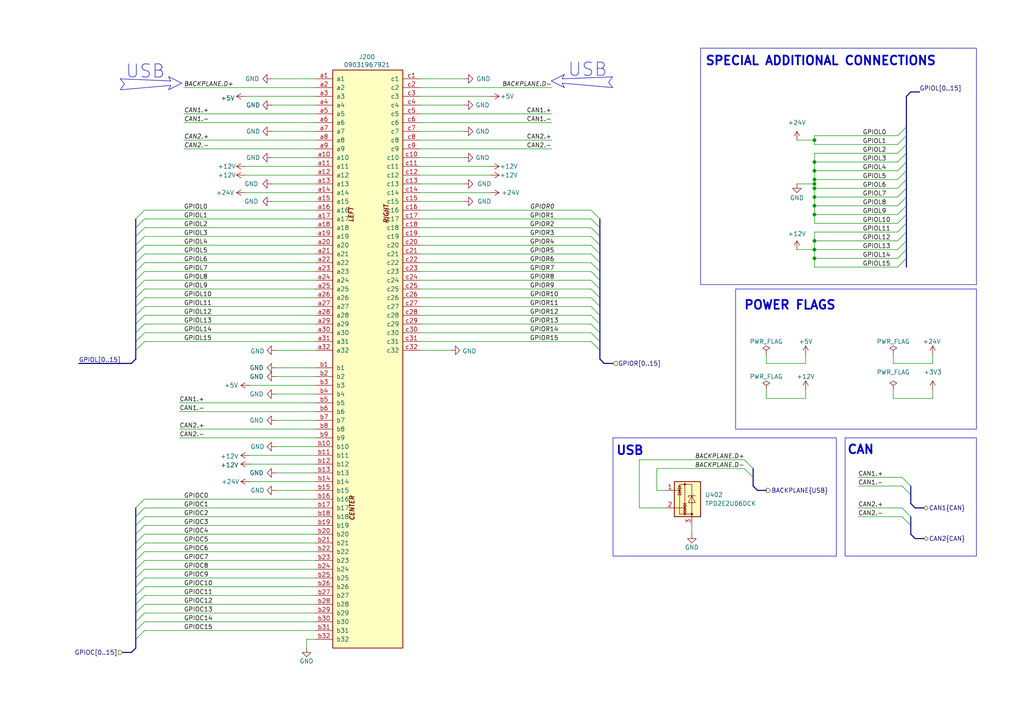
<source format=kicad_sch>
(kicad_sch (version 20250114) (generator "eeschema") (generator_version "9.0")
  (paper "A4")
  (title_block (title "ModuCard power supply unit") (date "2025-08-05") (rev "0") (company "KoNaR") (comment 1 "Base project authors: Dominik Pluta, Artem Horiunov") (comment 2 "Project author: Maciej Chodowiec"))
  (lib_symbols
    (symbol "DIN41612_3x32:09031967921" (pin_names (offset 1.016))
      (property "Reference" "J" (at 0 88.9 0))
      (property "Value" "09031967921" (at 0 86.36 0))
      (symbol "09031967921_0_0"
        (rectangle (start -10.16 83.82) (end 10.16 -83.82) (stroke (width 0.254)) (fill (type background)))
      )
      (symbol "09031967921_1_1"
        (text "LEFT" (at -4.826 41.91 900) (effects (font (size 1.27 1.27) (bold yes) (italic yes))))
        (text "CENTER" (at -4.572 -43.18 900) (effects (font (size 1.27 1.27) (bold yes) (italic yes))))
        (text "RIGHT" (at 5.334 42.164 900) (effects (font (size 1.27 1.27) (bold yes) (italic yes))))
        (pin passive line (at -15.24 81.28 0) (length 5.08) (name "a1") (number "a1"))
        (pin passive line (at -15.24 78.74 0) (length 5.08) (name "a2") (number "a2"))
        (pin passive line (at -15.24 76.2 0) (length 5.08) (name "a3") (number "a3"))
        (pin passive line (at -15.24 73.66 0) (length 5.08) (name "a4") (number "a4"))
        (pin passive line (at -15.24 71.12 0) (length 5.08) (name "a5") (number "a5"))
        (pin passive line (at -15.24 68.58 0) (length 5.08) (name "a6") (number "a6"))
        (pin passive line (at -15.24 66.04 0) (length 5.08) (name "a7") (number "a7"))
        (pin passive line (at -15.24 63.5 0) (length 5.08) (name "a8") (number "a8"))
        (pin passive line (at -15.24 60.96 0) (length 5.08) (name "a9") (number "a9"))
        (pin passive line (at -15.24 58.42 0) (length 5.08) (name "a10") (number "a10"))
        (pin passive line (at -15.24 55.88 0) (length 5.08) (name "a11") (number "a11"))
        (pin passive line (at -15.24 53.34 0) (length 5.08) (name "a12") (number "a12"))
        (pin passive line (at -15.24 50.8 0) (length 5.08) (name "a13") (number "a13"))
        (pin passive line (at -15.24 48.26 0) (length 5.08) (name "a14") (number "a14"))
        (pin passive line (at -15.24 45.72 0) (length 5.08) (name "a15") (number "a15"))
        (pin passive line (at -15.24 43.18 0) (length 5.08) (name "a16") (number "a16"))
        (pin passive line (at -15.24 40.64 0) (length 5.08) (name "a17") (number "a17"))
        (pin passive line (at -15.24 38.1 0) (length 5.08) (name "a18") (number "a18"))
        (pin passive line (at -15.24 35.56 0) (length 5.08) (name "a19") (number "a19"))
        (pin passive line (at -15.24 33.02 0) (length 5.08) (name "a20") (number "a20"))
        (pin passive line (at -15.24 30.48 0) (length 5.08) (name "a21") (number "a21"))
        (pin passive line (at -15.24 27.94 0) (length 5.08) (name "a22") (number "a22"))
        (pin passive line (at -15.24 25.4 0) (length 5.08) (name "a23") (number "a23"))
        (pin passive line (at -15.24 22.86 0) (length 5.08) (name "a24") (number "a24"))
        (pin passive line (at -15.24 20.32 0) (length 5.08) (name "a25") (number "a25"))
        (pin passive line (at -15.24 17.78 0) (length 5.08) (name "a26") (number "a26"))
        (pin passive line (at -15.24 15.24 0) (length 5.08) (name "a27") (number "a27"))
        (pin passive line (at -15.24 12.7 0) (length 5.08) (name "a28") (number "a28"))
        (pin passive line (at -15.24 10.16 0) (length 5.08) (name "a29") (number "a29"))
        (pin passive line (at -15.24 7.62 0) (length 5.08) (name "a30") (number "a30"))
        (pin passive line (at -15.24 5.08 0) (length 5.08) (name "a31") (number "a31"))
        (pin passive line (at -15.24 2.54 0) (length 5.08) (name "a32") (number "a32"))
        (pin passive line (at -15.24 -2.54 0) (length 5.08) (name "b1") (number "b1"))
        (pin passive line (at -15.24 -5.08 0) (length 5.08) (name "b2") (number "b2"))
        (pin passive line (at -15.24 -7.62 0) (length 5.08) (name "b3") (number "b3"))
        (pin passive line (at -15.24 -10.16 0) (length 5.08) (name "b4") (number "b4"))
        (pin passive line (at -15.24 -12.7 0) (length 5.08) (name "b5") (number "b5"))
        (pin passive line (at -15.24 -15.24 0) (length 5.08) (name "b6") (number "b6"))
        (pin passive line (at -15.24 -17.78 0) (length 5.08) (name "b7") (number "b7"))
        (pin passive line (at -15.24 -20.32 0) (length 5.08) (name "b8") (number "b8"))
        (pin passive line (at -15.24 -22.86 0) (length 5.08) (name "b9") (number "b9"))
        (pin passive line (at -15.24 -25.4 0) (length 5.08) (name "b10") (number "b10"))
        (pin passive line (at -15.24 -27.94 0) (length 5.08) (name "b11") (number "b11"))
        (pin passive line (at -15.24 -30.48 0) (length 5.08) (name "b12") (number "b12"))
        (pin passive line (at -15.24 -33.02 0) (length 5.08) (name "b13") (number "b13"))
        (pin passive line (at -15.24 -35.56 0) (length 5.08) (name "b14") (number "b14"))
        (pin passive line (at -15.24 -38.1 0) (length 5.08) (name "b15") (number "b15"))
        (pin passive line (at -15.24 -40.64 0) (length 5.08) (name "b16") (number "b16"))
        (pin passive line (at -15.24 -43.18 0) (length 5.08) (name "b17") (number "b17"))
        (pin passive line (at -15.24 -45.72 0) (length 5.08) (name "b18") (number "b18"))
        (pin passive line (at -15.24 -48.26 0) (length 5.08) (name "b19") (number "b19"))
        (pin passive line (at -15.24 -50.8 0) (length 5.08) (name "b20") (number "b20"))
        (pin passive line (at -15.24 -53.34 0) (length 5.08) (name "b21") (number "b21"))
        (pin passive line (at -15.24 -55.88 0) (length 5.08) (name "b22") (number "b22"))
        (pin passive line (at -15.24 -58.42 0) (length 5.08) (name "b23") (number "b23"))
        (pin passive line (at -15.24 -60.96 0) (length 5.08) (name "b24") (number "b24"))
        (pin passive line (at -15.24 -63.5 0) (length 5.08) (name "b25") (number "b25"))
        (pin passive line (at -15.24 -66.04 0) (length 5.08) (name "b26") (number "b26"))
        (pin passive line (at -15.24 -68.58 0) (length 5.08) (name "b27") (number "b27"))
        (pin passive line (at -15.24 -71.12 0) (length 5.08) (name "b28") (number "b28"))
        (pin passive line (at -15.24 -73.66 0) (length 5.08) (name "b29") (number "b29"))
        (pin passive line (at -15.24 -76.2 0) (length 5.08) (name "b30") (number "b30"))
        (pin passive line (at -15.24 -78.74 0) (length 5.08) (name "b31") (number "b31"))
        (pin passive line (at -15.24 -81.28 0) (length 5.08) (name "b32") (number "b32"))
        (pin passive line (at 15.24 81.28 180) (length 5.08) (name "c1") (number "c1"))
        (pin passive line (at 15.24 78.74 180) (length 5.08) (name "c2") (number "c2"))
        (pin passive line (at 15.24 76.2 180) (length 5.08) (name "c3") (number "c3"))
        (pin passive line (at 15.24 73.66 180) (length 5.08) (name "c4") (number "c4"))
        (pin passive line (at 15.24 71.12 180) (length 5.08) (name "c5") (number "c5"))
        (pin passive line (at 15.24 68.58 180) (length 5.08) (name "c6") (number "c6"))
        (pin passive line (at 15.24 66.04 180) (length 5.08) (name "c7") (number "c7"))
        (pin passive line (at 15.24 63.5 180) (length 5.08) (name "c8") (number "c8"))
        (pin passive line (at 15.24 60.96 180) (length 5.08) (name "c9") (number "c9"))
        (pin passive line (at 15.24 58.42 180) (length 5.08) (name "c10") (number "c10"))
        (pin passive line (at 15.24 55.88 180) (length 5.08) (name "c11") (number "c11"))
        (pin passive line (at 15.24 53.34 180) (length 5.08) (name "c12") (number "c12"))
        (pin passive line (at 15.24 50.8 180) (length 5.08) (name "c13") (number "c13"))
        (pin passive line (at 15.24 48.26 180) (length 5.08) (name "c14") (number "c14"))
        (pin passive line (at 15.24 45.72 180) (length 5.08) (name "c15") (number "c15"))
        (pin passive line (at 15.24 43.18 180) (length 5.08) (name "c16") (number "c16"))
        (pin passive line (at 15.24 40.64 180) (length 5.08) (name "c17") (number "c17"))
        (pin passive line (at 15.24 38.1 180) (length 5.08) (name "c18") (number "c18"))
        (pin passive line (at 15.24 35.56 180) (length 5.08) (name "c19") (number "c19"))
        (pin passive line (at 15.24 33.02 180) (length 5.08) (name "c20") (number "c20"))
        (pin passive line (at 15.24 30.48 180) (length 5.08) (name "c21") (number "c21"))
        (pin passive line (at 15.24 27.94 180) (length 5.08) (name "c22") (number "c22"))
        (pin passive line (at 15.24 25.4 180) (length 5.08) (name "c23") (number "c23"))
        (pin passive line (at 15.24 22.86 180) (length 5.08) (name "c24") (number "c24"))
        (pin passive line (at 15.24 20.32 180) (length 5.08) (name "c25") (number "c25"))
        (pin passive line (at 15.24 17.78 180) (length 5.08) (name "c26") (number "c26"))
        (pin passive line (at 15.24 15.24 180) (length 5.08) (name "c27") (number "c27"))
        (pin passive line (at 15.24 12.7 180) (length 5.08) (name "c28") (number "c28"))
        (pin passive line (at 15.24 10.16 180) (length 5.08) (name "c29") (number "c29"))
        (pin passive line (at 15.24 7.62 180) (length 5.08) (name "c30") (number "c30"))
        (pin passive line (at 15.24 5.08 180) (length 5.08) (name "c31") (number "c31"))
        (pin passive line (at 15.24 2.54 180) (length 5.08) (name "c32") (number "c32"))
      )
    )
    (symbol "Power_Protection:TPD2E2U06DCK"
      (property "Reference" "U" (at -3.81 6.35 0))
      (property "Value" "TPD2E2U06DCK" (at 0.508 -6.35 0))
      (symbol "TPD2E2U06DCK_0_1"
        (rectangle (start -5.08 5.08) (end 2.54 -5.08) (stroke (width 0.254)) (fill (type background)))
        (rectangle (start -3.556 4.318) (end 0 -4.318))
        (polyline (pts (xy -3.556 3.81) (xy -4.064 3.048) (xy -3.048 3.048) (xy -3.556 3.81)))
        (circle (center -3.556 2.54) (radius 0.254) (fill (type outline)))
        (polyline (pts (xy -3.556 2.54) (xy -5.08 2.54)))
        (polyline (pts (xy -3.556 2.032) (xy -4.064 1.27) (xy -3.048 1.27) (xy -3.556 2.032)))
        (polyline (pts (xy -3.048 3.81) (xy -4.064 3.81)))
        (polyline (pts (xy -3.048 2.032) (xy -4.064 2.032)))
        (circle (center -2.032 4.318) (radius 0.254) (fill (type outline)))
        (polyline (pts (xy -2.032 -1.27) (xy -2.54 -2.032) (xy -1.524 -2.032) (xy -2.032 -1.27)))
        (circle (center -2.032 -2.54) (radius 0.254) (fill (type outline)))
        (polyline (pts (xy -2.032 -2.54) (xy -5.08 -2.54)))
        (polyline (pts (xy -2.032 -3.048) (xy -2.54 -3.81) (xy -1.524 -3.81) (xy -2.032 -3.048)))
        (circle (center -2.032 -4.318) (radius 0.254) (fill (type outline)))
        (polyline (pts (xy -2.032 -4.318) (xy -2.032 4.318)))
        (polyline (pts (xy -1.524 -1.27) (xy -2.54 -1.27)))
        (polyline (pts (xy -1.524 -3.048) (xy -2.54 -3.048)))
        (polyline (pts (xy 0 1.016) (xy 1.016 -1.016) (xy -1.016 -1.016) (xy 0 1.016)))
        (polyline (pts (xy 0 -4.318) (xy 0 -5.08)))
        (circle (center 0 -4.318) (radius 0.254) (fill (type outline)))
        (polyline (pts (xy 1.016 1.016) (xy -1.016 1.016) (xy -1.016 0.508)))
      )
      (symbol "TPD2E2U06DCK_1_1"
        (pin passive line (at -7.62 2.54 0) (length 2.54) (name "~") (number "1"))
        (pin passive line (at -7.62 -2.54 0) (length 2.54) (name "~") (number "2"))
        (pin passive line (at 0 -7.62 90) (length 2.54) (name "~") (number "3"))
      )
    )
    (symbol "power:+12V" (power) (pin_numbers (hide yes)) (pin_names (offset 0) (hide yes))
      (property "Value" "+12V" (at 0 3.556 0))
      (symbol "+12V_0_1"
        (polyline (pts (xy -0.762 1.27) (xy 0 2.54)))
        (polyline (pts (xy 0 2.54) (xy 0.762 1.27)))
        (polyline (pts (xy 0 0) (xy 0 2.54)))
      )
      (symbol "+12V_1_1"
        (pin power_in line (at 0 0 90) (length 0) (name "~") (number "1"))
      )
    )
    (symbol "power:+3V3" (power) (pin_numbers (hide yes)) (pin_names (offset 0) (hide yes))
      (property "Value" "+3V3" (at 0 3.556 0))
      (symbol "+3V3_0_1"
        (polyline (pts (xy -0.762 1.27) (xy 0 2.54)))
        (polyline (pts (xy 0 2.54) (xy 0.762 1.27)))
        (polyline (pts (xy 0 0) (xy 0 2.54)))
      )
      (symbol "+3V3_1_1"
        (pin power_in line (at 0 0 90) (length 0) (name "~") (number "1"))
      )
    )
    (symbol "power:+5V" (power) (pin_numbers (hide yes)) (pin_names (offset 0) (hide yes))
      (property "Value" "+5V" (at 0 3.556 0))
      (symbol "+5V_0_1"
        (polyline (pts (xy -0.762 1.27) (xy 0 2.54)))
        (polyline (pts (xy 0 2.54) (xy 0.762 1.27)))
        (polyline (pts (xy 0 0) (xy 0 2.54)))
      )
      (symbol "+5V_1_1"
        (pin power_in line (at 0 0 90) (length 0) (name "~") (number "1"))
      )
    )
    (symbol "power:GND" (power) (pin_numbers (hide yes)) (pin_names (offset 0) (hide yes))
      (property "Value" "GND" (at 0 -3.81 0))
      (symbol "GND_0_1"
        (polyline (pts (xy 0 0) (xy 0 -1.27) (xy 1.27 -1.27) (xy 0 -2.54) (xy -1.27 -1.27) (xy 0 -1.27)))
      )
      (symbol "GND_1_1"
        (pin power_in line (at 0 0 270) (length 0) (name "~") (number "1"))
      )
    )
    (symbol "power:PWR_FLAG" (power) (pin_numbers (hide yes)) (pin_names (offset 0) (hide yes))
      (property "Value" "PWR_FLAG" (at 0 3.81 0))
      (symbol "PWR_FLAG_0_0"
        (pin power_out line (at 0 0 90) (length 0) (name "~") (number "1"))
      )
      (symbol "PWR_FLAG_0_1"
        (polyline (pts (xy 0 0) (xy 0 1.27) (xy -1.016 1.905) (xy 0 2.54) (xy 1.016 1.905) (xy 0 1.27)))
      )
    )
  )
  (rectangle (start 213.36 83.82) (end 283.21 124.46))
  (rectangle (start 203.2 13.97) (end 283.21 82.55))
  (rectangle (start 245.11 127) (end 283.21 161.29))
  (rectangle (start 177.8 127) (end 242.57 161.29))
  (text "USB\n" (at 170.434 20.32 0) (effects (font (size 3.81 3.81))))
  (text "CAN" (at 245.618 130.556 0) (effects (font (size 2.54 2.54) (thickness 0.508) (bold yes)) (justify left)))
  (text "USB\n" (at 42.164 20.828 0) (effects (font (size 3.81 3.81))))
  (text "SPECIAL ADDITIONAL CONNECTIONS" (at 204.47 17.78 0) (effects (font (size 2.54 2.54) (thickness 0.508) (bold yes)) (justify left)))
  (text "POWER FLAGS" (at 215.646 88.646 0) (effects (font (size 2.54 2.54) (thickness 0.508) (bold yes)) (justify left)))
  (text "USB" (at 178.562 130.81 0) (effects (font (size 2.54 2.54) (thickness 0.508) (bold yes)) (justify left)))
  (junction (at 236.22 49.53))
  (junction (at 236.22 40.64))
  (junction (at 236.22 52.07))
  (junction (at 236.22 72.39))
  (junction (at 236.22 69.85))
  (junction (at 236.22 59.69))
  (junction (at 236.22 62.23))
  (junction (at 236.22 54.61))
  (junction (at 236.22 53.34))
  (junction (at 236.22 57.15))
  (junction (at 236.22 46.99))
  (junction (at 236.22 74.93))
  (bus_entry (at 215.9 133.35) (size 2.54 2.54))
  (bus_entry (at 171.45 76.2) (size 2.54 2.54))
  (bus_entry (at 41.91 147.32) (size -2.54 2.54))
  (bus_entry (at 41.91 177.8) (size -2.54 2.54))
  (bus_entry (at 171.45 93.98) (size 2.54 2.54))
  (bus_entry (at 262.89 67.31) (size -2.54 2.54))
  (bus_entry (at 262.89 57.15) (size -2.54 2.54))
  (bus_entry (at 264.16 140.97) (size -2.54 -2.54))
  (bus_entry (at 171.45 63.5) (size 2.54 2.54))
  (bus_entry (at 41.91 152.4) (size -2.54 2.54))
  (bus_entry (at 41.91 165.1) (size -2.54 2.54))
  (bus_entry (at 41.91 170.18) (size -2.54 2.54))
  (bus_entry (at 171.45 86.36) (size 2.54 2.54))
  (bus_entry (at 41.91 91.44) (size -2.54 2.54))
  (bus_entry (at 171.45 91.44) (size 2.54 2.54))
  (bus_entry (at 262.89 52.07) (size -2.54 2.54))
  (bus_entry (at 41.91 81.28) (size -2.54 2.54))
  (bus_entry (at 41.91 182.88) (size -2.54 2.54))
  (bus_entry (at 41.91 66.04) (size -2.54 2.54))
  (bus_entry (at 41.91 180.34) (size -2.54 2.54))
  (bus_entry (at 41.91 149.86) (size -2.54 2.54))
  (bus_entry (at 262.89 59.69) (size -2.54 2.54))
  (bus_entry (at 41.91 73.66) (size -2.54 2.54))
  (bus_entry (at 262.89 74.93) (size -2.54 2.54))
  (bus_entry (at 262.89 39.37) (size -2.54 2.54))
  (bus_entry (at 41.91 60.96) (size -2.54 2.54))
  (bus_entry (at 262.89 72.39) (size -2.54 2.54))
  (bus_entry (at 41.91 160.02) (size -2.54 2.54))
  (bus_entry (at 171.45 66.04) (size 2.54 2.54))
  (bus_entry (at 41.91 175.26) (size -2.54 2.54))
  (bus_entry (at 215.9 135.89) (size 2.54 2.54))
  (bus_entry (at 41.91 154.94) (size -2.54 2.54))
  (bus_entry (at 171.45 60.96) (size 2.54 2.54))
  (bus_entry (at 41.91 83.82) (size -2.54 2.54))
  (bus_entry (at 171.45 88.9) (size 2.54 2.54))
  (bus_entry (at 41.91 68.58) (size -2.54 2.54))
  (bus_entry (at 41.91 167.64) (size -2.54 2.54))
  (bus_entry (at 262.89 69.85) (size -2.54 2.54))
  (bus_entry (at 262.89 49.53) (size -2.54 2.54))
  (bus_entry (at 262.89 41.91) (size -2.54 2.54))
  (bus_entry (at 171.45 83.82) (size 2.54 2.54))
  (bus_entry (at 262.89 62.23) (size -2.54 2.54))
  (bus_entry (at 171.45 78.74) (size 2.54 2.54))
  (bus_entry (at 262.89 46.99) (size -2.54 2.54))
  (bus_entry (at 41.91 157.48) (size -2.54 2.54))
  (bus_entry (at 41.91 144.78) (size -2.54 2.54))
  (bus_entry (at 41.91 71.12) (size -2.54 2.54))
  (bus_entry (at 264.16 152.4) (size -2.54 -2.54))
  (bus_entry (at 264.16 149.86) (size -2.54 -2.54))
  (bus_entry (at 41.91 86.36) (size -2.54 2.54))
  (bus_entry (at 41.91 162.56) (size -2.54 2.54))
  (bus_entry (at 41.91 78.74) (size -2.54 2.54))
  (bus_entry (at 171.45 73.66) (size 2.54 2.54))
  (bus_entry (at 262.89 44.45) (size -2.54 2.54))
  (bus_entry (at 171.45 71.12) (size 2.54 2.54))
  (bus_entry (at 171.45 81.28) (size 2.54 2.54))
  (bus_entry (at 41.91 172.72) (size -2.54 2.54))
  (bus_entry (at 41.91 63.5) (size -2.54 2.54))
  (bus_entry (at 171.45 99.06) (size 2.54 2.54))
  (bus_entry (at 262.89 36.83) (size -2.54 2.54))
  (bus_entry (at 264.16 143.51) (size -2.54 -2.54))
  (bus_entry (at 41.91 96.52) (size -2.54 2.54))
  (bus_entry (at 41.91 93.98) (size -2.54 2.54))
  (bus_entry (at 41.91 88.9) (size -2.54 2.54))
  (bus_entry (at 171.45 68.58) (size 2.54 2.54))
  (bus_entry (at 262.89 64.77) (size -2.54 2.54))
  (bus_entry (at 262.89 54.61) (size -2.54 2.54))
  (bus_entry (at 41.91 99.06) (size -2.54 2.54))
  (bus_entry (at 41.91 76.2) (size -2.54 2.54))
  (bus_entry (at 171.45 96.52) (size 2.54 2.54))
  (wire (pts (xy 236.22 74.93) (xy 260.35 74.93)))
  (wire (pts (xy 121.92 50.8) (xy 142.24 50.8)))
  (bus (pts (xy 262.89 52.07) (xy 262.89 54.61)))
  (bus (pts (xy 262.89 54.61) (xy 262.89 57.15)))
  (wire (pts (xy 236.22 72.39) (xy 231.14 72.39)))
  (bus (pts (xy 39.37 73.66) (xy 39.37 76.2)))
  (wire (pts (xy 236.22 44.45) (xy 260.35 44.45)))
  (wire (pts (xy 91.44 165.1) (xy 41.91 165.1)))
  (wire (pts (xy 259.08 105.41) (xy 270.51 105.41)))
  (bus (pts (xy 264.16 143.51) (xy 264.16 140.97)))
  (bus (pts (xy 262.89 36.83) (xy 262.89 39.37)))
  (polyline (pts (xy 34.925 22.86) (xy 49.53 23.495)))
  (bus (pts (xy 39.37 154.94) (xy 39.37 157.48)))
  (wire (pts (xy 91.44 78.74) (xy 41.91 78.74)))
  (wire (pts (xy 236.22 59.69) (xy 260.35 59.69)))
  (wire (pts (xy 236.22 49.53) (xy 236.22 52.07)))
  (wire (pts (xy 130.81 101.6) (xy 121.92 101.6)))
  (wire (pts (xy 236.22 52.07) (xy 236.22 53.34)))
  (bus (pts (xy 39.37 162.56) (xy 39.37 165.1)))
  (wire (pts (xy 236.22 57.15) (xy 236.22 59.69)))
  (wire (pts (xy 171.45 83.82) (xy 121.92 83.82)))
  (bus (pts (xy 262.89 41.91) (xy 262.89 44.45)))
  (bus (pts (xy 262.89 44.45) (xy 262.89 46.99)))
  (wire (pts (xy 261.62 149.86) (xy 248.92 149.86)))
  (bus (pts (xy 262.89 74.93) (xy 262.89 77.47)))
  (bus (pts (xy 262.89 69.85) (xy 262.89 72.39)))
  (bus (pts (xy 39.37 96.52) (xy 39.37 99.06)))
  (wire (pts (xy 121.92 63.5) (xy 171.45 63.5)))
  (wire (pts (xy 236.22 62.23) (xy 260.35 62.23)))
  (polyline (pts (xy 159.893 23.495) (xy 163.703 25.4)))
  (wire (pts (xy 222.25 113.03) (xy 222.25 115.57)))
  (wire (pts (xy 236.22 46.99) (xy 236.22 49.53)))
  (bus (pts (xy 39.37 68.58) (xy 39.37 71.12)))
  (wire (pts (xy 91.44 152.4) (xy 41.91 152.4)))
  (wire (pts (xy 53.34 33.02) (xy 91.44 33.02)))
  (bus (pts (xy 218.44 140.97) (xy 218.44 138.43)))
  (bus (pts (xy 173.99 83.82) (xy 173.99 86.36)))
  (wire (pts (xy 91.44 167.64) (xy 41.91 167.64)))
  (wire (pts (xy 71.12 50.8) (xy 91.44 50.8)))
  (bus (pts (xy 175.26 105.41) (xy 177.8 105.41)))
  (wire (pts (xy 52.07 127) (xy 91.44 127)))
  (bus (pts (xy 264.16 146.05) (xy 264.16 143.51)))
  (wire (pts (xy 121.92 40.64) (xy 160.02 40.64)))
  (bus (pts (xy 39.37 175.26) (xy 39.37 177.8)))
  (wire (pts (xy 261.62 147.32) (xy 248.92 147.32)))
  (wire (pts (xy 193.04 147.32) (xy 185.42 147.32)))
  (wire (pts (xy 91.44 182.88) (xy 41.91 182.88)))
  (wire (pts (xy 91.44 99.06) (xy 41.91 99.06)))
  (wire (pts (xy 78.74 53.34) (xy 91.44 53.34)))
  (bus (pts (xy 264.16 154.94) (xy 265.43 156.21)))
  (wire (pts (xy 78.74 30.48) (xy 91.44 30.48)))
  (polyline (pts (xy 163.068 24.13) (xy 177.673 25.4)))
  (wire (pts (xy 236.22 69.85) (xy 260.35 69.85)))
  (wire (pts (xy 91.44 68.58) (xy 41.91 68.58)))
  (bus (pts (xy 39.37 177.8) (xy 39.37 180.34)))
  (bus (pts (xy 39.37 81.28) (xy 39.37 83.82)))
  (wire (pts (xy 91.44 76.2) (xy 41.91 76.2)))
  (bus (pts (xy 262.89 49.53) (xy 262.89 52.07)))
  (wire (pts (xy 222.25 115.57) (xy 233.68 115.57)))
  (bus (pts (xy 262.89 27.94) (xy 262.89 36.83)))
  (wire (pts (xy 80.01 129.54) (xy 91.44 129.54)))
  (polyline (pts (xy 176.53 23.876) (xy 177.6563 22.2837)))
  (wire (pts (xy 236.22 57.15) (xy 260.35 57.15)))
  (wire (pts (xy 171.45 88.9) (xy 121.92 88.9)))
  (bus (pts (xy 173.99 88.9) (xy 173.99 91.44)))
  (wire (pts (xy 236.22 64.77) (xy 260.35 64.77)))
  (bus (pts (xy 262.89 27.94) (xy 264.16 26.67)))
  (bus (pts (xy 38.1 189.23) (xy 39.37 187.96)))
  (wire (pts (xy 236.22 44.45) (xy 236.22 46.99)))
  (wire (pts (xy 236.22 72.39) (xy 260.35 72.39)))
  (bus (pts (xy 173.99 66.04) (xy 173.99 68.58)))
  (wire (pts (xy 185.42 133.35) (xy 185.42 147.32)))
  (bus (pts (xy 264.16 154.94) (xy 264.16 152.4)))
  (bus (pts (xy 173.99 96.52) (xy 173.99 99.06)))
  (polyline (pts (xy 48.895 22.225) (xy 52.705 24.13)))
  (polyline (pts (xy 36.068 24.384) (xy 34.925 22.86)))
  (wire (pts (xy 72.39 134.62) (xy 91.44 134.62)))
  (wire (pts (xy 231.14 53.34) (xy 236.22 53.34)))
  (wire (pts (xy 41.91 60.96) (xy 91.44 60.96)))
  (bus (pts (xy 175.26 105.41) (xy 173.99 104.14)))
  (wire (pts (xy 171.45 86.36) (xy 121.92 86.36)))
  (wire (pts (xy 171.45 93.98) (xy 121.92 93.98)))
  (wire (pts (xy 41.91 147.32) (xy 91.44 147.32)))
  (wire (pts (xy 53.34 25.4) (xy 91.44 25.4)))
  (wire (pts (xy 121.92 35.56) (xy 160.02 35.56)))
  (wire (pts (xy 236.22 40.64) (xy 236.22 41.91)))
  (wire (pts (xy 121.92 66.04) (xy 171.45 66.04)))
  (wire (pts (xy 53.34 43.18) (xy 91.44 43.18)))
  (bus (pts (xy 39.37 170.18) (xy 39.37 172.72)))
  (wire (pts (xy 261.62 138.43) (xy 248.92 138.43)))
  (wire (pts (xy 236.22 41.91) (xy 260.35 41.91)))
  (bus (pts (xy 39.37 86.36) (xy 39.37 88.9)))
  (wire (pts (xy 91.44 162.56) (xy 41.91 162.56)))
  (wire (pts (xy 91.44 86.36) (xy 41.91 86.36)))
  (wire (pts (xy 91.44 91.44) (xy 41.91 91.44)))
  (wire (pts (xy 236.22 72.39) (xy 236.22 74.93)))
  (wire (pts (xy 236.22 52.07) (xy 260.35 52.07)))
  (bus (pts (xy 39.37 152.4) (xy 39.37 154.94)))
  (wire (pts (xy 91.44 93.98) (xy 41.91 93.98)))
  (bus (pts (xy 38.1 105.41) (xy 39.37 104.14)))
  (wire (pts (xy 52.07 119.38) (xy 91.44 119.38)))
  (wire (pts (xy 236.22 39.37) (xy 236.22 40.64)))
  (bus (pts (xy 262.89 46.99) (xy 262.89 49.53)))
  (wire (pts (xy 222.25 105.41) (xy 233.68 105.41)))
  (bus (pts (xy 265.43 147.32) (xy 267.97 147.32)))
  (wire (pts (xy 121.92 58.42) (xy 134.62 58.42)))
  (polyline (pts (xy 49.53 23.495) (xy 48.895 22.225)))
  (wire (pts (xy 236.22 67.31) (xy 236.22 69.85)))
  (wire (pts (xy 80.01 114.3) (xy 91.44 114.3)))
  (wire (pts (xy 80.01 109.22) (xy 91.44 109.22)))
  (bus (pts (xy 262.89 59.69) (xy 262.89 62.23)))
  (wire (pts (xy 236.22 46.99) (xy 260.35 46.99)))
  (bus (pts (xy 39.37 185.42) (xy 39.37 187.96)))
  (bus (pts (xy 173.99 71.12) (xy 173.99 73.66)))
  (bus (pts (xy 39.37 78.74) (xy 39.37 81.28)))
  (wire (pts (xy 236.22 77.47) (xy 260.35 77.47)))
  (wire (pts (xy 233.68 113.03) (xy 233.68 115.57)))
  (wire (pts (xy 71.12 55.88) (xy 91.44 55.88)))
  (wire (pts (xy 121.92 43.18) (xy 160.02 43.18)))
  (wire (pts (xy 236.22 62.23) (xy 236.22 64.77)))
  (bus (pts (xy 218.44 140.97) (xy 219.71 142.24)))
  (bus (pts (xy 173.99 101.6) (xy 173.99 104.14)))
  (bus (pts (xy 39.37 99.06) (xy 39.37 101.6)))
  (wire (pts (xy 236.22 59.69) (xy 236.22 62.23)))
  (wire (pts (xy 270.51 113.03) (xy 270.51 115.57)))
  (wire (pts (xy 171.45 73.66) (xy 121.92 73.66)))
  (wire (pts (xy 121.92 38.1) (xy 134.62 38.1)))
  (polyline (pts (xy 34.925 26.035) (xy 36.068 24.384)))
  (bus (pts (xy 39.37 165.1) (xy 39.37 167.64)))
  (wire (pts (xy 91.44 154.94) (xy 41.91 154.94)))
  (wire (pts (xy 259.08 115.57) (xy 270.51 115.57)))
  (bus (pts (xy 39.37 83.82) (xy 39.37 86.36)))
  (wire (pts (xy 80.01 137.16) (xy 91.44 137.16)))
  (wire (pts (xy 91.44 170.18) (xy 41.91 170.18)))
  (wire (pts (xy 171.45 78.74) (xy 121.92 78.74)))
  (wire (pts (xy 121.92 30.48) (xy 134.62 30.48)))
  (wire (pts (xy 91.44 83.82) (xy 41.91 83.82)))
  (wire (pts (xy 171.45 99.06) (xy 121.92 99.06)))
  (wire (pts (xy 91.44 180.34) (xy 41.91 180.34)))
  (wire (pts (xy 88.9 185.42) (xy 88.9 187.96)))
  (wire (pts (xy 190.5 135.89) (xy 215.9 135.89)))
  (bus (pts (xy 262.89 62.23) (xy 262.89 64.77)))
  (bus (pts (xy 39.37 180.34) (xy 39.37 182.88)))
  (wire (pts (xy 200.66 152.4) (xy 200.66 154.94)))
  (wire (pts (xy 222.25 102.87) (xy 222.25 105.41)))
  (wire (pts (xy 78.74 22.86) (xy 91.44 22.86)))
  (bus (pts (xy 264.16 146.05) (xy 265.43 147.32)))
  (wire (pts (xy 142.24 48.26) (xy 121.92 48.26)))
  (bus (pts (xy 39.37 182.88) (xy 39.37 185.42)))
  (wire (pts (xy 236.22 54.61) (xy 260.35 54.61)))
  (bus (pts (xy 262.89 64.77) (xy 262.89 67.31)))
  (polyline (pts (xy 52.705 24.13) (xy 48.895 26.035)))
  (wire (pts (xy 236.22 67.31) (xy 260.35 67.31)))
  (wire (pts (xy 91.44 88.9) (xy 41.91 88.9)))
  (bus (pts (xy 264.16 152.4) (xy 264.16 149.86)))
  (bus (pts (xy 39.37 157.48) (xy 39.37 160.02)))
  (bus (pts (xy 173.99 99.06) (xy 173.99 101.6)))
  (wire (pts (xy 41.91 149.86) (xy 91.44 149.86)))
  (bus (pts (xy 262.89 67.31) (xy 262.89 69.85)))
  (wire (pts (xy 72.39 139.7) (xy 91.44 139.7)))
  (bus (pts (xy 264.16 26.67) (xy 266.7 26.67)))
  (wire (pts (xy 91.44 96.52) (xy 41.91 96.52)))
  (wire (pts (xy 233.68 102.87) (xy 233.68 105.41)))
  (bus (pts (xy 39.37 76.2) (xy 39.37 78.74)))
  (wire (pts (xy 259.08 102.87) (xy 259.08 105.41)))
  (bus (pts (xy 173.99 93.98) (xy 173.99 96.52)))
  (wire (pts (xy 190.5 135.89) (xy 190.5 142.24)))
  (wire (pts (xy 171.45 71.12) (xy 121.92 71.12)))
  (wire (pts (xy 185.42 133.35) (xy 215.9 133.35)))
  (wire (pts (xy 236.22 69.85) (xy 236.22 72.39)))
  (bus (pts (xy 173.99 86.36) (xy 173.99 88.9)))
  (wire (pts (xy 80.01 101.6) (xy 91.44 101.6)))
  (bus (pts (xy 173.99 68.58) (xy 173.99 71.12)))
  (wire (pts (xy 91.44 81.28) (xy 41.91 81.28)))
  (wire (pts (xy 121.92 55.88) (xy 142.24 55.88)))
  (wire (pts (xy 171.45 68.58) (xy 121.92 68.58)))
  (bus (pts (xy 39.37 149.86) (xy 39.37 152.4)))
  (wire (pts (xy 231.14 40.64) (xy 236.22 40.64)))
  (wire (pts (xy 134.62 45.72) (xy 121.92 45.72)))
  (wire (pts (xy 236.22 49.53) (xy 260.35 49.53)))
  (bus (pts (xy 39.37 63.5) (xy 39.37 66.04)))
  (wire (pts (xy 236.22 53.34) (xy 236.22 54.61)))
  (wire (pts (xy 171.45 81.28) (xy 121.92 81.28)))
  (bus (pts (xy 218.44 135.89) (xy 218.44 138.43)))
  (wire (pts (xy 52.07 116.84) (xy 91.44 116.84)))
  (wire (pts (xy 121.92 25.4) (xy 160.02 25.4)))
  (wire (pts (xy 270.51 102.87) (xy 270.51 105.41)))
  (wire (pts (xy 261.62 140.97) (xy 248.92 140.97)))
  (wire (pts (xy 80.01 106.68) (xy 91.44 106.68)))
  (polyline (pts (xy 163.068 22.86) (xy 163.703 21.59)))
  (wire (pts (xy 236.22 77.47) (xy 236.22 74.93)))
  (wire (pts (xy 91.44 160.02) (xy 41.91 160.02)))
  (polyline (pts (xy 177.673 25.4) (xy 176.53 23.876)))
  (wire (pts (xy 190.5 142.24) (xy 193.04 142.24)))
  (wire (pts (xy 53.34 35.56) (xy 91.44 35.56)))
  (wire (pts (xy 121.92 60.96) (xy 171.45 60.96)))
  (bus (pts (xy 39.37 172.72) (xy 39.37 175.26)))
  (wire (pts (xy 236.22 39.37) (xy 260.35 39.37)))
  (bus (pts (xy 39.37 71.12) (xy 39.37 73.66)))
  (wire (pts (xy 91.44 157.48) (xy 41.91 157.48)))
  (bus (pts (xy 173.99 78.74) (xy 173.99 81.28)))
  (wire (pts (xy 71.12 48.26) (xy 91.44 48.26)))
  (bus (pts (xy 39.37 93.98) (xy 39.37 96.52)))
  (wire (pts (xy 41.91 66.04) (xy 91.44 66.04)))
  (polyline (pts (xy 49.53 24.765) (xy 34.925 26.035)))
  (bus (pts (xy 173.99 91.44) (xy 173.99 93.98)))
  (wire (pts (xy 91.44 172.72) (xy 41.91 172.72)))
  (polyline (pts (xy 48.895 26.035) (xy 49.53 24.765)))
  (wire (pts (xy 80.01 121.92) (xy 91.44 121.92)))
  (polyline (pts (xy 163.703 25.4) (xy 163.068 24.13)))
  (wire (pts (xy 71.12 27.94) (xy 91.44 27.94)))
  (wire (pts (xy 52.07 124.46) (xy 91.44 124.46)))
  (wire (pts (xy 72.39 132.08) (xy 91.44 132.08)))
  (wire (pts (xy 78.74 58.42) (xy 91.44 58.42)))
  (bus (pts (xy 22.86 105.41) (xy 38.1 105.41)))
  (bus (pts (xy 39.37 147.32) (xy 39.37 149.86)))
  (wire (pts (xy 121.92 33.02) (xy 160.02 33.02)))
  (wire (pts (xy 41.91 144.78) (xy 91.44 144.78)))
  (wire (pts (xy 171.45 76.2) (xy 121.92 76.2)))
  (wire (pts (xy 171.45 96.52) (xy 121.92 96.52)))
  (wire (pts (xy 236.22 54.61) (xy 236.22 57.15)))
  (bus (pts (xy 39.37 101.6) (xy 39.37 104.14)))
  (bus (pts (xy 265.43 156.21) (xy 267.97 156.21)))
  (wire (pts (xy 121.92 22.86) (xy 134.62 22.86)))
  (bus (pts (xy 219.71 142.24) (xy 222.25 142.24)))
  (bus (pts (xy 39.37 167.64) (xy 39.37 170.18)))
  (wire (pts (xy 171.45 91.44) (xy 121.92 91.44)))
  (polyline (pts (xy 163.703 21.59) (xy 159.893 23.495)))
  (wire (pts (xy 91.44 177.8) (xy 41.91 177.8)))
  (wire (pts (xy 78.74 45.72) (xy 91.44 45.72)))
  (wire (pts (xy 88.9 185.42) (xy 91.44 185.42)))
  (wire (pts (xy 91.44 71.12) (xy 41.91 71.12)))
  (wire (pts (xy 41.91 63.5) (xy 91.44 63.5)))
  (wire (pts (xy 259.08 113.03) (xy 259.08 115.57)))
  (wire (pts (xy 91.44 73.66) (xy 41.91 73.66)))
  (bus (pts (xy 173.99 73.66) (xy 173.99 76.2)))
  (bus (pts (xy 39.37 160.02) (xy 39.37 162.56)))
  (bus (pts (xy 39.37 88.9) (xy 39.37 91.44)))
  (bus (pts (xy 262.89 72.39) (xy 262.89 74.93)))
  (bus (pts (xy 38.1 189.23) (xy 35.56 189.23)))
  (polyline (pts (xy 177.6563 22.2837) (xy 163.068 22.86)))
  (bus (pts (xy 262.89 39.37) (xy 262.89 41.91)))
  (bus (pts (xy 173.99 63.5) (xy 173.99 66.04)))
  (bus (pts (xy 39.37 91.44) (xy 39.37 93.98)))
  (wire (pts (xy 53.34 40.64) (xy 91.44 40.64)))
  (wire (pts (xy 121.92 53.34) (xy 134.62 53.34)))
  (wire (pts (xy 80.01 142.24) (xy 91.44 142.24)))
  (bus (pts (xy 173.99 76.2) (xy 173.99 78.74)))
  (wire (pts (xy 78.74 38.1) (xy 91.44 38.1)))
  (wire (pts (xy 72.39 111.76) (xy 91.44 111.76)))
  (bus (pts (xy 262.89 57.15) (xy 262.89 59.69)))
  (wire (pts (xy 121.92 27.94) (xy 142.24 27.94)))
  (wire (pts (xy 91.44 175.26) (xy 41.91 175.26)))
  (bus (pts (xy 39.37 66.04) (xy 39.37 68.58)))
  (bus (pts (xy 173.99 81.28) (xy 173.99 83.82)))
  (label "GPIOL3" (at 53.34 68.58 0))
  (label "GPIOR3" (at 153.67 68.58 0))
  (label "GPIOL4" (at 53.34 71.12 0))
  (label "BACKPLANE.D-" (at 215.9 135.89 180) (effects (font (italic yes))))
  (label "GPIOR11" (at 153.67 88.9 0))
  (label "CAN2.-" (at 52.07 127 0))
  (label "GPIOL15" (at 53.34 99.06 0))
  (label "GPIOR8" (at 153.67 81.28 0))
  (label "CAN1.+" (at 248.92 138.43 0))
  (label "GPIOL2" (at 53.34 66.04 0))
  (label "GPIOC10" (at 53.34 170.18 0))
  (label "CAN2.+" (at 248.92 147.32 0))
  (label "GPIOR13" (at 153.67 93.98 0))
  (label "GPIOL14" (at 53.34 96.52 0))
  (label "GPIOC6" (at 53.34 160.02 0))
  (label "GPIOL11" (at 250.19 67.31 0))
  (label "GPIOR9" (at 153.67 83.82 0))
  (label "GPIOR2" (at 153.67 66.04 0))
  (label "BACKPLANE.D+" (at 53.34 25.4 0) (effects (font (italic yes))))
  (label "GPIOR6" (at 153.67 76.2 0))
  (label "GPIOL10" (at 250.19 64.77 0))
  (label "GPIOL9" (at 250.19 62.23 0))
  (label "GPIOL9" (at 53.34 83.82 0))
  (label "GPIOC14" (at 53.34 180.34 0))
  (label "GPIOL15" (at 250.19 77.47 0))
  (label "CAN1.-" (at 248.92 140.97 0))
  (label "CAN2.-" (at 53.34 43.18 0) (effects (font (italic yes))))
  (label "GPIOL5" (at 53.34 73.66 0))
  (label "GPIOC3" (at 53.34 152.4 0))
  (label "GPIOC1" (at 53.34 147.32 0))
  (label "GPIOL4" (at 250.19 49.53 0))
  (label "GPIOC15" (at 53.34 182.88 0))
  (label "GPIOC2" (at 53.34 149.86 0))
  (label "GPIOL[0..15]" (at 266.7 26.67 0))
  (label "GPIOR0" (at 153.67 60.96 0) (effects (font (italic yes))))
  (label "CAN1.-" (at 52.07 119.38 0))
  (label "GPIOL12" (at 250.19 69.85 0))
  (label "GPIOL1" (at 250.19 41.91 0))
  (label "GPIOL10" (at 53.34 86.36 0))
  (label "GPIOR10" (at 153.67 86.36 0))
  (label "GPIOC13" (at 53.34 177.8 0))
  (label "GPIOL13" (at 53.34 93.98 0))
  (label "GPIOL7" (at 53.34 78.74 0))
  (label "GPIOL0" (at 250.19 39.37 0))
  (label "GPIOC8" (at 53.34 165.1 0))
  (label "GPIOC0" (at 53.34 144.78 0))
  (label "CAN1.+" (at 160.02 33.02 180))
  (label "GPIOL12" (at 53.34 91.44 0))
  (label "GPIOL8" (at 250.19 59.69 0))
  (label "CAN2.+" (at 52.07 124.46 0))
  (label "GPIOL14" (at 250.19 74.93 0))
  (label "GPIOR15" (at 153.67 99.06 0))
  (label "GPIOR4" (at 153.67 71.12 0))
  (label "CAN2.-" (at 248.92 149.86 0))
  (label "GPIOC11" (at 53.34 172.72 0))
  (label "GPIOL8" (at 53.34 81.28 0))
  (label "GPIOL[0..15]" (at 22.86 105.41 0))
  (label "GPIOL6" (at 53.34 76.2 0))
  (label "CAN1.+" (at 52.07 116.84 0))
  (label "CAN2.+" (at 160.02 40.64 180))
  (label "GPIOC12" (at 53.34 175.26 0))
  (label "GPIOL2" (at 250.19 44.45 0))
  (label "GPIOC4" (at 53.34 154.94 0))
  (label "GPIOL13" (at 250.19 72.39 0))
  (label "GPIOR5" (at 153.67 73.66 0))
  (label "BACKPLANE.D+" (at 215.9 133.35 180) (effects (font (italic yes))))
  (label "GPIOC5" (at 53.34 157.48 0))
  (label "GPIOL6" (at 250.19 54.61 0))
  (label "GPIOC7" (at 53.34 162.56 0))
  (label "GPIOR12" (at 153.67 91.44 0))
  (label "CAN1.+" (at 53.34 33.02 0) (effects (font (italic yes))))
  (label "BACKPLANE.D-" (at 160.02 25.4 180) (effects (font (italic yes))))
  (label "GPIOR7" (at 153.67 78.74 0))
  (label "CAN1.-" (at 53.34 35.56 0) (effects (font (italic yes))))
  (label "GPIOL3" (at 250.19 46.99 0))
  (label "GPIOL7" (at 250.19 57.15 0))
  (label "GPIOL1" (at 53.34 63.5 0))
  (label "CAN1.-" (at 160.02 35.56 180))
  (label "CAN2.+" (at 53.34 40.64 0) (effects (font (italic yes))))
  (label "GPIOL11" (at 53.34 88.9 0))
  (label "GPIOC9" (at 53.34 167.64 0))
  (label "GPIOR14" (at 153.67 96.52 0))
  (label "GPIOL5" (at 250.19 52.07 0))
  (label "GPIOR1" (at 153.67 63.5 0))
  (label "CAN2.-" (at 160.02 43.18 180))
  (label "GPIOL0" (at 53.34 60.96 0))
  (hierarchical_label "CAN2{CAN}" (shape bidirectional) (at 267.97 156.21 0))
  (hierarchical_label "GPIOC[0..15]" (shape input) (at 35.56 189.23 180))
  (hierarchical_label "GPIOR[0..15]" (shape input) (at 177.8 105.41 0))
  (hierarchical_label "BACKPLANE{USB}" (shape output) (at 222.25 142.24 0))
  (hierarchical_label "CAN1{CAN}" (shape bidirectional) (at 267.97 147.32 0))
  (symbol (lib_id "power:GND") (at 78.74 30.48 270) (mirror x) (unit 1)
    (property "Reference" "#PWR0209" (effects (hide yes)))
    (property "Value" "GND" (at 73.406 30.48 90))
    (property "Description" "Power symbol creates a global label with name \"GND\" , ground" (effects (hide yes)))
  )
  (symbol (lib_id "power:GND") (at 78.74 22.86 270) (mirror x) (unit 1)
    (property "Reference" "#PWR0208" (effects (hide yes)))
    (property "Value" "GND" (at 73.152 22.86 90))
    (property "Description" "Power symbol creates a global label with name \"GND\" , ground" (effects (hide yes)))
  )
  (symbol (lib_id "power:GND") (at 80.01 114.3 270) (mirror x) (unit 1)
    (property "Reference" "#PWR0217" (effects (hide yes)))
    (property "Value" "GND" (at 74.422 114.3 90))
    (property "Description" "Power symbol creates a global label with name \"GND\" , ground" (effects (hide yes)))
  )
  (symbol (lib_id "power:+12V") (at 72.39 132.08 90) (unit 1)
    (property "Reference" "#PWR0205" (effects (hide yes)))
    (property "Value" "+12V" (at 66.548 132.334 90))
    (property "Description" "Power symbol creates a global label with name \"+12V\"" (effects (hide yes)))
  )
  (symbol (lib_id "power:GND") (at 80.01 101.6 270) (unit 1)
    (property "Reference" "#PWR0214" (effects (hide yes)))
    (property "Value" "GND" (at 74.676 101.854 90))
    (property "Description" "Power symbol creates a global label with name \"GND\" , ground" (effects (hide yes)))
  )
  (symbol (lib_id "power:GND") (at 231.14 53.34 0) (unit 1)
    (property "Reference" "#PWR0486" (effects (hide yes)))
    (property "Value" "GND" (at 231.14 57.404 0))
    (property "Description" "Power symbol creates a global label with name \"GND\" , ground" (effects (hide yes)))
  )
  (symbol (lib_id "power:+12V") (at 142.24 48.26 270) (mirror x) (unit 1)
    (property "Reference" "#PWR0231" (effects (hide yes)))
    (property "Value" "+12V" (at 147.574 48.26 90))
    (property "Description" "Power symbol creates a global label with name \"+12V\"" (effects (hide yes)))
  )
  (symbol (lib_id "power:GND") (at 78.74 58.42 270) (mirror x) (unit 1)
    (property "Reference" "#PWR0213" (effects (hide yes)))
    (property "Value" "GND" (at 72.898 58.42 90))
    (property "Description" "Power symbol creates a global label with name \"GND\" , ground" (effects (hide yes)))
  )
  (symbol (lib_id "power:+5V") (at 142.24 27.94 270) (mirror x) (unit 1)
    (property "Reference" "#PWR0230" (effects (hide yes)))
    (property "Value" "+5V" (at 147.066 27.94 90))
    (property "Description" "Power symbol creates a global label with name \"+5V\"" (effects (hide yes)))
  )
  (symbol (lib_id "power:GND") (at 80.01 121.92 270) (unit 1)
    (property "Reference" "#PWR0218" (effects (hide yes)))
    (property "Value" "GND" (at 74.422 121.92 90))
    (property "Description" "Power symbol creates a global label with name \"GND\" , ground" (effects (hide yes)))
  )
  (symbol (lib_id "power:GND") (at 80.01 142.24 270) (unit 1)
    (property "Reference" "#PWR0221" (effects (hide yes)))
    (property "Value" "GND" (at 74.676 142.24 90))
    (property "Description" "Power symbol creates a global label with name \"GND\" , ground" (effects (hide yes)))
  )
  (symbol (lib_id "power:GND") (at 80.01 109.22 270) (mirror x) (unit 1)
    (property "Reference" "#PWR0216" (effects (hide yes)))
    (property "Value" "GND" (at 74.422 109.22 90))
    (property "Description" "Power symbol creates a global label with name \"GND\" , ground" (effects (hide yes)))
  )
  (symbol (lib_id "power:GND") (at 80.01 129.54 270) (unit 1)
    (property "Reference" "#PWR0219" (effects (hide yes)))
    (property "Value" "GND" (at 74.676 129.54 90))
    (property "Description" "Power symbol creates a global label with name \"GND\" , ground" (effects (hide yes)))
  )
  (symbol (lib_id "power:GND") (at 134.62 58.42 90) (mirror x) (unit 1)
    (property "Reference" "#PWR0229" (effects (hide yes)))
    (property "Value" "GND" (at 140.462 58.42 90))
    (property "Description" "Power symbol creates a global label with name \"GND\" , ground" (effects (hide yes)))
  )
  (symbol (lib_id "power:GND") (at 80.01 106.68 270) (mirror x) (unit 1)
    (property "Reference" "#PWR0215" (effects (hide yes)))
    (property "Value" "GND" (at 74.422 106.68 90))
    (property "Description" "Power symbol creates a global label with name \"GND\" , ground" (effects (hide yes)))
  )
  (symbol (lib_id "power:+12V") (at 72.39 134.62 90) (unit 1)
    (property "Reference" "#PWR0206" (effects (hide yes)))
    (property "Value" "+12V" (at 66.548 134.874 90))
    (property "Description" "Power symbol creates a global label with name \"+12V\"" (effects (hide yes)))
  )
  (symbol (lib_id "power:+12V") (at 233.68 113.03 0) (mirror y) (unit 1)
    (property "Reference" "#PWR0907" (effects (hide yes)))
    (property "Value" "+12V" (at 233.68 109.22 0))
    (property "Description" "Power symbol creates a global label with name \"+12V\"" (effects (hide yes)))
  )
  (symbol (lib_id "power:GND") (at 134.62 53.34 90) (mirror x) (unit 1)
    (property "Reference" "#PWR0228" (effects (hide yes)))
    (property "Value" "GND" (at 140.462 53.34 90))
    (property "Description" "Power symbol creates a global label with name \"GND\" , ground" (effects (hide yes)))
  )
  (symbol (lib_id "power:GND") (at 80.01 137.16 270) (unit 1)
    (property "Reference" "#PWR0220" (effects (hide yes)))
    (property "Value" "GND" (at 74.422 137.16 90))
    (property "Description" "Power symbol creates a global label with name \"GND\" , ground" (effects (hide yes)))
  )
  (symbol (lib_id "power:GND") (at 134.62 30.48 90) (mirror x) (unit 1)
    (property "Reference" "#PWR0225" (effects (hide yes)))
    (property "Value" "GND" (at 139.954 30.48 90))
    (property "Description" "Power symbol creates a global label with name \"GND\" , ground" (effects (hide yes)))
  )
  (symbol (lib_id "power:+12V") (at 72.39 139.7 90) (unit 1)
    (property "Reference" "#PWR0207" (effects (hide yes)))
    (property "Value" "+24V" (at 66.802 139.7 90))
    (property "Description" "Power symbol creates a global label with name \"+12V\"" (effects (hide yes)))
  )
  (symbol (lib_id "power:GND") (at 78.74 38.1 270) (mirror x) (unit 1)
    (property "Reference" "#PWR0210" (effects (hide yes)))
    (property "Value" "GND" (at 73.406 38.1 90))
    (property "Description" "Power symbol creates a global label with name \"GND\" , ground" (effects (hide yes)))
  )
  (symbol (lib_id "power:PWR_FLAG") (at 259.08 102.87 0) (unit 1)
    (property "Reference" "#FLG0904" (effects (hide yes)))
    (property "Value" "PWR_FLAG" (at 259.08 99.06 0))
    (property "Description" "Special symbol for telling ERC where power comes from" (effects (hide yes)))
  )
  (symbol (lib_id "power:+12V") (at 142.24 50.8 270) (mirror x) (unit 1)
    (property "Reference" "#PWR0232" (effects (hide yes)))
    (property "Value" "+12V" (at 147.574 50.8 90))
    (property "Description" "Power symbol creates a global label with name \"+12V\"" (effects (hide yes)))
  )
  (symbol (lib_id "power:+12V") (at 231.14 40.64 0) (mirror y) (unit 1)
    (property "Reference" "#PWR0236" (effects (hide yes)))
    (property "Value" "+24V" (at 231.14 35.56 0))
    (property "Description" "Power symbol creates a global label with name \"+12V\"" (effects (hide yes)))
  )
  (symbol (lib_id "power:+12V") (at 142.24 55.88 270) (mirror x) (unit 1)
    (property "Reference" "#PWR0233" (effects (hide yes)))
    (property "Value" "+24V" (at 148.082 55.88 90))
    (property "Description" "Power symbol creates a global label with name \"+12V\"" (effects (hide yes)))
  )
  (symbol (lib_id "power:GND") (at 88.9 187.96 0) (unit 1)
    (property "Reference" "#PWR0222" (effects (hide yes)))
    (property "Value" "GND" (at 88.9 191.77 0))
    (property "Description" "Power symbol creates a global label with name \"GND\" , ground" (effects (hide yes)))
  )
  (symbol (lib_id "power:GND") (at 134.62 38.1 90) (mirror x) (unit 1)
    (property "Reference" "#PWR0226" (effects (hide yes)))
    (property "Value" "GND" (at 139.954 38.1 90))
    (property "Description" "Power symbol creates a global label with name \"GND\" , ground" (effects (hide yes)))
  )
  (symbol (lib_id "power:+12V") (at 270.51 102.87 0) (mirror y) (unit 1)
    (property "Reference" "#PWR0908" (effects (hide yes)))
    (property "Value" "+24V" (at 270.256 99.06 0))
    (property "Description" "Power symbol creates a global label with name \"+12V\"" (effects (hide yes)))
  )
  (symbol (lib_id "power:+5V") (at 233.68 102.87 0) (mirror y) (unit 1)
    (property "Reference" "#PWR0906" (effects (hide yes)))
    (property "Value" "+5V" (at 233.68 99.06 0))
    (property "Description" "Power symbol creates a global label with name \"+5V\"" (effects (hide yes)))
  )
  (symbol (lib_id "power:+5V") (at 71.12 27.94 90) (mirror x) (unit 1)
    (property "Reference" "#PWR0200" (effects (hide yes)))
    (property "Value" "+5V" (at 66.04 28.448 90))
    (property "Description" "Power symbol creates a global label with name \"+5V\"" (effects (hide yes)))
  )
  (symbol (lib_id "power:GND") (at 130.81 101.6 90) (mirror x) (unit 1)
    (property "Reference" "#PWR0223" (effects (hide yes)))
    (property "Value" "GND" (at 136.144 101.854 90))
    (property "Description" "Power symbol creates a global label with name \"GND\" , ground" (effects (hide yes)))
  )
  (symbol (lib_id "power:PWR_FLAG") (at 259.08 113.03 0) (unit 1)
    (property "Reference" "#FLG0400" (effects (hide yes)))
    (property "Value" "PWR_FLAG" (at 259.08 107.95 0))
    (property "Description" "Special symbol for telling ERC where power comes from" (effects (hide yes)))
  )
  (symbol (lib_id "power:+12V") (at 231.14 72.39 0) (mirror y) (unit 1)
    (property "Reference" "#PWR0487" (effects (hide yes)))
    (property "Value" "+12V" (at 231.14 67.818 0))
    (property "Description" "Power symbol creates a global label with name \"+12V\"" (effects (hide yes)))
  )
  (symbol (lib_id "DIN41612_3x32:09031967921") (at 106.68 104.14 0) (unit 1)
    (property "Reference" "J200" (at 106.426 16.51 0))
    (property "Value" "09031967921" (at 106.426 18.796 0))
    (property "Footprint" "Connector_DIN:DIN41612_R_3x32_Female_Horizontal_THT" (effects (hide yes)))
    (property "MF" "Harting" (effects (hide yes)))
    (property "MAXIMUM_PACKAGE_HEIGHT" "11 mm" (effects (hide yes)))
    (property "Package" "None" (effects (hide yes)))
    (property "Price" "None" (effects (hide yes)))
    (property "Check_prices" "https://www.snapeda.com/parts/0903-196-7921/Harting/view-part/?ref=eda" (effects (hide yes)))
    (property "STANDARD" "Manufacturer recommendations" (effects (hide yes)))
    (property "PARTREV" "D" (effects (hide yes)))
    (property "SnapEDA_Link" "https://www.snapeda.com/parts/0903-196-7921/Harting/view-part/?ref=snap" (effects (hide yes)))
    (property "MP" "0903-196-7921" (effects (hide yes)))
    (property "Description_1" "\n                        \n                            CONNECTOR, DIN 41612, PLUG, THT, RA, 96P; Product Range: Type C Series; No. of Contacts: 96Contacts; Gender: Plug; Pitch Spacing: 2.54mm; No. of Rows: 3 Row; Rows Loaded: a + b + c; Contact Plating: Gold Plated Contacts; Contact Material: Brass; No. of Mating Cycles: 50; SVHC: No SVHC (15-Jan-2018); Contact Resistance: 15mohm; Contact Termination: Through Hole Right Angle; Contact Termination Type: Through Hole; Current Rating: 2A; Flammability Rating: UL94V-0; Insulation Resistance: 1000000Mohm; Insulator Material: PET (Polyester); Lead Spacing: 2.54mm; No. of Rows: 3Rows; Operating Temperature Max: 125°C; Operating Temperature Min: -65°C; Termination Method: Solder; Working Voltage: 250V\n                        \n" (effects (hide yes)))
    (property "Availability" "In Stock" (effects (hide yes)))
    (property "MANUFACTURER" "HARTING" (effects (hide yes)))
  )
  (symbol (lib_id "power:GND") (at 78.74 53.34 270) (mirror x) (unit 1)
    (property "Reference" "#PWR0212" (effects (hide yes)))
    (property "Value" "GND" (at 72.898 53.34 90))
    (property "Description" "Power symbol creates a global label with name \"GND\" , ground" (effects (hide yes)))
  )
  (symbol (lib_id "power:+5V") (at 72.39 111.76 90) (mirror x) (unit 1)
    (property "Reference" "#PWR0204" (effects (hide yes)))
    (property "Value" "+5V" (at 67.056 111.76 90))
    (property "Description" "Power symbol creates a global label with name \"+5V\"" (effects (hide yes)))
  )
  (symbol (lib_id "power:+12V") (at 71.12 50.8 90) (unit 1)
    (property "Reference" "#PWR0202" (effects (hide yes)))
    (property "Value" "+12V" (at 65.786 50.8 90))
    (property "Description" "Power symbol creates a global label with name \"+12V\"" (effects (hide yes)))
  )
  (symbol (lib_id "power:+3V3") (at 270.51 113.03 0) (unit 1)
    (property "Reference" "#PWR0415" (effects (hide yes)))
    (property "Value" "+3V3" (at 270.51 107.95 0))
    (property "Description" "Power symbol creates a global label with name \"+3V3\"" (effects (hide yes)))
  )
  (symbol (lib_id "Power_Protection:TPD2E2U06DCK") (at 200.66 144.78 0) (unit 1)
    (property "Reference" "U402" (at 204.47 143.5099 0) (effects (justify left)))
    (property "Value" "TPD2E2U06DCK" (at 204.47 146.0499 0) (effects (justify left)))
    (property "Footprint" "Package_TO_SOT_SMD:SOT-323_SC-70" (effects (hide yes)))
    (property "Datasheet" "http://www.ti.com/lit/ds/symlink/tpd2e2u06.pdf" (effects (hide yes)))
    (property "Description" "Dual-Channel High-Speed ESD Protection, SC-70" (effects (hide yes)))
    (property "LCSC" "C5350871" (effects (hide yes)))
  )
  (symbol (lib_id "power:GND") (at 78.74 45.72 270) (mirror x) (unit 1)
    (property "Reference" "#PWR0211" (effects (hide yes)))
    (property "Value" "GND" (at 73.406 45.72 90))
    (property "Description" "Power symbol creates a global label with name \"GND\" , ground" (effects (hide yes)))
  )
  (symbol (lib_id "power:GND") (at 134.62 22.86 90) (mirror x) (unit 1)
    (property "Reference" "#PWR0224" (effects (hide yes)))
    (property "Value" "GND" (at 140.208 22.86 90))
    (property "Description" "Power symbol creates a global label with name \"GND\" , ground" (effects (hide yes)))
  )
  (symbol (lib_id "power:PWR_FLAG") (at 222.25 113.03 0) (unit 1)
    (property "Reference" "#FLG0903" (effects (hide yes)))
    (property "Value" "PWR_FLAG" (at 222.25 109.22 0))
    (property "Description" "Special symbol for telling ERC where power comes from" (effects (hide yes)))
  )
  (symbol (lib_id "power:+12V") (at 71.12 55.88 90) (mirror x) (unit 1)
    (property "Reference" "#PWR0203" (effects (hide yes)))
    (property "Value" "+24V" (at 65.278 55.88 90))
    (property "Description" "Power symbol creates a global label with name \"+12V\"" (effects (hide yes)))
  )
  (symbol (lib_id "power:PWR_FLAG") (at 222.25 102.87 0) (unit 1)
    (property "Reference" "#FLG0902" (effects (hide yes)))
    (property "Value" "PWR_FLAG" (at 222.25 99.06 0))
    (property "Description" "Special symbol for telling ERC where power comes from" (effects (hide yes)))
  )
  (symbol (lib_id "power:GND") (at 134.62 45.72 90) (mirror x) (unit 1)
    (property "Reference" "#PWR0227" (effects (hide yes)))
    (property "Value" "GND" (at 139.954 45.72 90))
    (property "Description" "Power symbol creates a global label with name \"GND\" , ground" (effects (hide yes)))
  )
  (symbol (lib_id "power:GND") (at 200.66 154.94 0) (unit 1)
    (property "Reference" "#PWR0235" (effects (hide yes)))
    (property "Value" "GND" (at 200.66 158.75 0))
    (property "Description" "Power symbol creates a global label with name \"GND\" , ground" (effects (hide yes)))
  )
  (symbol (lib_id "power:+12V") (at 71.12 48.26 90) (unit 1)
    (property "Reference" "#PWR0201" (effects (hide yes)))
    (property "Value" "+12V" (at 65.786 48.26 90))
    (property "Description" "Power symbol creates a global label with name \"+12V\"" (effects (hide yes)))
  )
)
</source>
